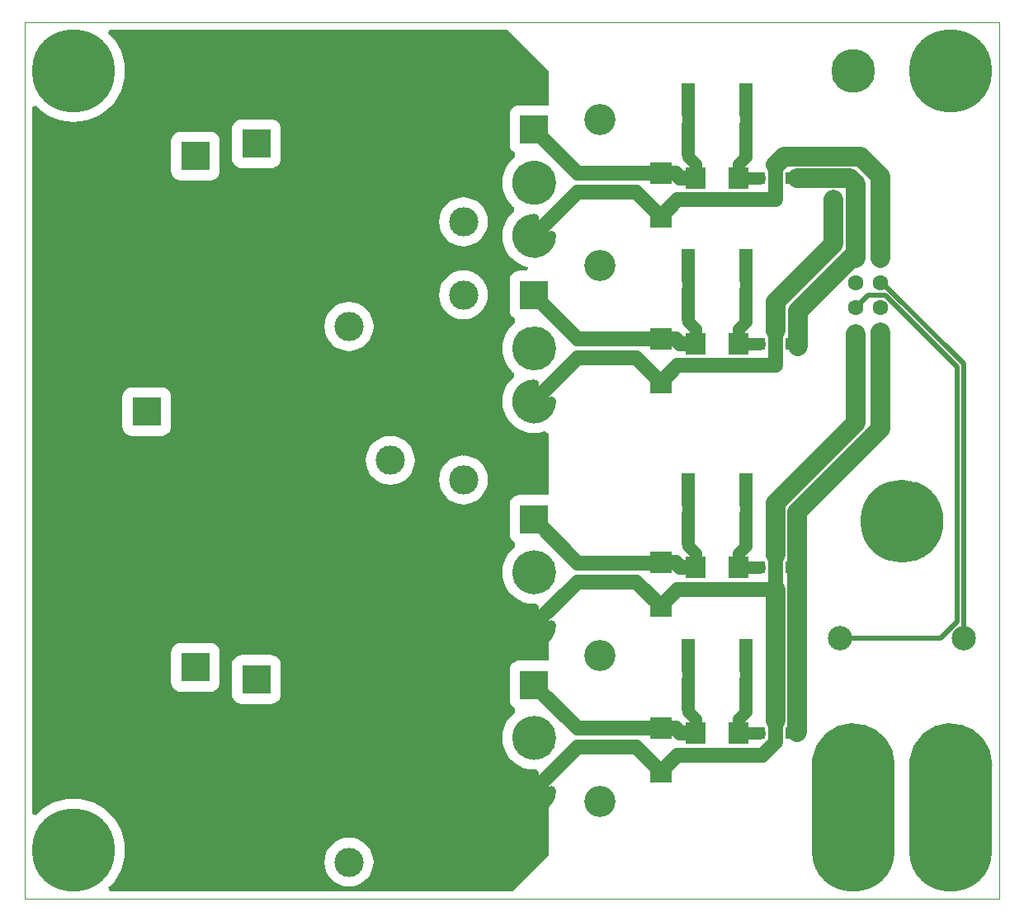
<source format=gtl>
G04 Layer_Physical_Order=1*
G04 Layer_Color=255*
%FSLAX25Y25*%
%MOIN*%
G70*
G01*
G75*
%ADD10C,0.05905*%
%ADD11C,0.03937*%
%ADD12R,0.08268X0.09055*%
%ADD13R,0.05315X0.13386*%
%ADD14R,0.09055X0.09055*%
%ADD15R,0.04331X0.04724*%
%ADD16C,0.01968*%
%ADD17C,0.07874*%
%ADD18C,0.04921*%
%ADD19R,0.33465X0.34449*%
%ADD20R,0.33465X0.34449*%
%ADD21C,0.00394*%
%ADD22C,0.23622*%
%ADD23C,0.09842*%
%ADD24C,0.33465*%
%ADD25C,0.17716*%
%ADD26C,0.11811*%
%ADD27R,0.06299X0.06299*%
%ADD28C,0.06299*%
%ADD29C,0.12598*%
%ADD30R,0.11811X0.11811*%
%ADD31C,0.03937*%
%ADD32C,0.05000*%
G36*
X211614Y157480D02*
Y143538D01*
X199803D01*
X198775Y143403D01*
X197818Y143006D01*
X196995Y142375D01*
X196364Y141552D01*
X195967Y140595D01*
X195832Y139567D01*
Y127756D01*
X195967Y126728D01*
X196364Y125770D01*
X196995Y124948D01*
X197818Y124317D01*
X197909Y124279D01*
X198114Y122926D01*
X198070Y122508D01*
X196633Y121280D01*
X195325Y119749D01*
X194273Y118032D01*
X193502Y116171D01*
X193032Y114213D01*
X192874Y112205D01*
X193032Y110197D01*
X193502Y108238D01*
X194273Y106378D01*
X195325Y104661D01*
X196633Y103129D01*
X197376Y102495D01*
X197452Y102363D01*
Y100590D01*
X197376Y100458D01*
X196633Y99824D01*
X195325Y98292D01*
X194273Y96575D01*
X193502Y94714D01*
X193032Y92756D01*
X192874Y90748D01*
X193032Y88740D01*
X193502Y86782D01*
X194273Y84921D01*
X195325Y83204D01*
X196633Y81672D01*
X198164Y80364D01*
X199882Y79312D01*
X201743Y78541D01*
X203233Y78184D01*
X203046Y76609D01*
X199803D01*
X198775Y76473D01*
X197818Y76077D01*
X196995Y75446D01*
X196364Y74623D01*
X195967Y73666D01*
X195832Y72638D01*
Y60827D01*
X195967Y59799D01*
X196364Y58841D01*
X196995Y58019D01*
X197818Y57388D01*
X197909Y57350D01*
X198114Y55997D01*
X198070Y55579D01*
X196633Y54351D01*
X195325Y52820D01*
X194273Y51103D01*
X193502Y49242D01*
X193032Y47283D01*
X192874Y45276D01*
X193032Y43268D01*
X193502Y41309D01*
X194273Y39449D01*
X195325Y37732D01*
X196633Y36200D01*
X197376Y35566D01*
X197452Y35434D01*
Y33661D01*
X197376Y33529D01*
X196633Y32895D01*
X195325Y31363D01*
X194273Y29646D01*
X193502Y27785D01*
X193032Y25827D01*
X192874Y23819D01*
X193032Y21811D01*
X193502Y19853D01*
X194273Y17992D01*
X195325Y16275D01*
X196633Y14743D01*
X198164Y13435D01*
X199882Y12383D01*
X201743Y11612D01*
X203701Y11142D01*
X205709Y10984D01*
X207716Y11142D01*
X209675Y11612D01*
X210039Y11763D01*
X211614Y10711D01*
Y-13942D01*
X199803D01*
X198775Y-14078D01*
X197818Y-14474D01*
X196995Y-15105D01*
X196364Y-15928D01*
X195967Y-16886D01*
X195832Y-17913D01*
Y-29724D01*
X195967Y-30752D01*
X196364Y-31710D01*
X196995Y-32532D01*
X197818Y-33163D01*
X197909Y-33201D01*
X198114Y-34554D01*
X198070Y-34973D01*
X196633Y-36200D01*
X195325Y-37732D01*
X194273Y-39449D01*
X193502Y-41309D01*
X193032Y-43268D01*
X192874Y-45276D01*
X193032Y-47283D01*
X193502Y-49242D01*
X194273Y-51103D01*
X195325Y-52820D01*
X196633Y-54351D01*
X198164Y-55659D01*
X199882Y-56712D01*
X201743Y-57482D01*
X203701Y-57952D01*
X204260Y-57996D01*
X205709Y-58136D01*
X205709Y-59640D01*
Y-66732D01*
X211614Y-72638D01*
Y-80871D01*
X199803D01*
X198775Y-81007D01*
X197818Y-81403D01*
X196995Y-82035D01*
X196364Y-82857D01*
X195967Y-83815D01*
X195832Y-84842D01*
Y-96653D01*
X195967Y-97681D01*
X196364Y-98639D01*
X196995Y-99461D01*
X197818Y-100092D01*
X197909Y-100130D01*
X198114Y-101483D01*
X198070Y-101902D01*
X196633Y-103129D01*
X195325Y-104661D01*
X194273Y-106378D01*
X193502Y-108238D01*
X193032Y-110197D01*
X192874Y-112205D01*
X193032Y-114213D01*
X193502Y-116171D01*
X194273Y-118032D01*
X195325Y-119749D01*
X196633Y-121280D01*
X198164Y-122588D01*
X199882Y-123641D01*
X201743Y-124411D01*
X203701Y-124881D01*
X205709Y-125040D01*
Y-133636D01*
X211614Y-139542D01*
Y-159449D01*
X196850Y-174213D01*
X34342D01*
X33749Y-172638D01*
X34332Y-172127D01*
X36118Y-170090D01*
X37624Y-167837D01*
X38822Y-165407D01*
X39693Y-162841D01*
X40222Y-160184D01*
X40399Y-157480D01*
X40222Y-154777D01*
X39693Y-152119D01*
X38822Y-149554D01*
X37624Y-147124D01*
X36118Y-144871D01*
X34332Y-142834D01*
X32295Y-141047D01*
X30042Y-139542D01*
X27612Y-138343D01*
X25046Y-137472D01*
X22389Y-136944D01*
X19685Y-136767D01*
X16981Y-136944D01*
X14324Y-137472D01*
X11758Y-138343D01*
X9328Y-139542D01*
X7075Y-141047D01*
X5038Y-142834D01*
X4528Y-143416D01*
X2953Y-142823D01*
Y142823D01*
X4528Y143416D01*
X5038Y142833D01*
X7075Y141047D01*
X9328Y139542D01*
X11758Y138343D01*
X14324Y137472D01*
X16981Y136944D01*
X19685Y136767D01*
X22389Y136944D01*
X25046Y137472D01*
X27612Y138343D01*
X30042Y139542D01*
X32295Y141047D01*
X34332Y142833D01*
X36118Y144871D01*
X37624Y147124D01*
X38822Y149554D01*
X39693Y152119D01*
X40222Y154777D01*
X40399Y157480D01*
X40222Y160184D01*
X39693Y162841D01*
X38822Y165407D01*
X37624Y167837D01*
X36118Y170090D01*
X34332Y172127D01*
X33749Y172638D01*
X34342Y174213D01*
X194882D01*
X211614Y157480D01*
D02*
G37*
%LPC*%
G36*
X177165Y2016D02*
X175236Y1826D01*
X173381Y1263D01*
X171671Y349D01*
X170172Y-881D01*
X168942Y-2379D01*
X168028Y-4089D01*
X167465Y-5945D01*
X167275Y-7874D01*
X167465Y-9804D01*
X168028Y-11659D01*
X168942Y-13369D01*
X170172Y-14867D01*
X171671Y-16097D01*
X173381Y-17011D01*
X175236Y-17574D01*
X177165Y-17764D01*
X179095Y-17574D01*
X180950Y-17011D01*
X182660Y-16097D01*
X184159Y-14867D01*
X185389Y-13369D01*
X186303Y-11659D01*
X186865Y-9804D01*
X187056Y-7874D01*
X186865Y-5945D01*
X186303Y-4089D01*
X185389Y-2379D01*
X184159Y-881D01*
X182660Y349D01*
X180950Y1263D01*
X179095Y1826D01*
X177165Y2016D01*
D02*
G37*
G36*
X147638Y9890D02*
X145708Y9700D01*
X143853Y9137D01*
X142143Y8223D01*
X140644Y6993D01*
X139415Y5495D01*
X138500Y3785D01*
X137938Y1929D01*
X137748Y0D01*
X137938Y-1929D01*
X138500Y-3785D01*
X139415Y-5495D01*
X140644Y-6993D01*
X142143Y-8223D01*
X143853Y-9137D01*
X145708Y-9700D01*
X147638Y-9890D01*
X149567Y-9700D01*
X151423Y-9137D01*
X153132Y-8223D01*
X154631Y-6993D01*
X155861Y-5495D01*
X156775Y-3785D01*
X157338Y-1929D01*
X157528Y0D01*
X157338Y1929D01*
X156775Y3785D01*
X155861Y5495D01*
X154631Y6993D01*
X153132Y8223D01*
X151423Y9137D01*
X149567Y9700D01*
X147638Y9890D01*
D02*
G37*
G36*
X74803Y-73785D02*
X62992D01*
X61964Y-73920D01*
X61007Y-74317D01*
X60184Y-74948D01*
X59553Y-75770D01*
X59157Y-76728D01*
X59021Y-77756D01*
Y-89567D01*
X59157Y-90595D01*
X59553Y-91552D01*
X60184Y-92375D01*
X61007Y-93006D01*
X61964Y-93403D01*
X62992Y-93538D01*
X74803D01*
X75831Y-93403D01*
X76789Y-93006D01*
X77611Y-92375D01*
X78242Y-91552D01*
X78639Y-90595D01*
X78774Y-89567D01*
Y-77756D01*
X78639Y-76728D01*
X78242Y-75770D01*
X77611Y-74948D01*
X76789Y-74317D01*
X75831Y-73920D01*
X74803Y-73785D01*
D02*
G37*
G36*
X130905Y-152511D02*
X128976Y-152701D01*
X127121Y-153264D01*
X125411Y-154178D01*
X123912Y-155408D01*
X122682Y-156907D01*
X121768Y-158617D01*
X121205Y-160472D01*
X121015Y-162402D01*
X121205Y-164331D01*
X121768Y-166186D01*
X122682Y-167896D01*
X123912Y-169395D01*
X125411Y-170625D01*
X127121Y-171539D01*
X128976Y-172102D01*
X130905Y-172292D01*
X132835Y-172102D01*
X134690Y-171539D01*
X136400Y-170625D01*
X137899Y-169395D01*
X139129Y-167896D01*
X140043Y-166186D01*
X140606Y-164331D01*
X140796Y-162402D01*
X140606Y-160472D01*
X140043Y-158617D01*
X139129Y-156907D01*
X137899Y-155408D01*
X136400Y-154178D01*
X134690Y-153264D01*
X132835Y-152701D01*
X130905Y-152511D01*
D02*
G37*
G36*
X99410Y-78706D02*
X87598D01*
X86571Y-78842D01*
X85613Y-79238D01*
X84790Y-79869D01*
X84159Y-80692D01*
X83763Y-81649D01*
X83627Y-82677D01*
Y-94488D01*
X83763Y-95516D01*
X84159Y-96474D01*
X84790Y-97296D01*
X85613Y-97927D01*
X86571Y-98324D01*
X87598Y-98459D01*
X99410D01*
X100437Y-98324D01*
X101395Y-97927D01*
X102217Y-97296D01*
X102848Y-96474D01*
X103245Y-95516D01*
X103380Y-94488D01*
Y-82677D01*
X103245Y-81649D01*
X102848Y-80692D01*
X102217Y-79869D01*
X101395Y-79238D01*
X100437Y-78842D01*
X99410Y-78706D01*
D02*
G37*
G36*
X55118Y29561D02*
X43307D01*
X42279Y29426D01*
X41322Y29030D01*
X40499Y28398D01*
X39868Y27576D01*
X39471Y26618D01*
X39336Y25591D01*
Y13780D01*
X39471Y12752D01*
X39868Y11794D01*
X40499Y10972D01*
X41322Y10341D01*
X42279Y9944D01*
X43307Y9809D01*
X55118D01*
X56146Y9944D01*
X57104Y10341D01*
X57926Y10972D01*
X58557Y11794D01*
X58954Y12752D01*
X59089Y13780D01*
Y25591D01*
X58954Y26618D01*
X58557Y27576D01*
X57926Y28398D01*
X57104Y29030D01*
X56146Y29426D01*
X55118Y29561D01*
D02*
G37*
G36*
X74803Y132908D02*
X62992D01*
X61964Y132773D01*
X61007Y132376D01*
X60184Y131745D01*
X59553Y130922D01*
X59157Y129965D01*
X59021Y128937D01*
Y117126D01*
X59157Y116098D01*
X59553Y115140D01*
X60184Y114318D01*
X61007Y113687D01*
X61964Y113290D01*
X62992Y113155D01*
X74803D01*
X75831Y113290D01*
X76789Y113687D01*
X77611Y114318D01*
X78242Y115140D01*
X78639Y116098D01*
X78774Y117126D01*
Y128937D01*
X78639Y129965D01*
X78242Y130922D01*
X77611Y131745D01*
X76789Y132376D01*
X75831Y132773D01*
X74803Y132908D01*
D02*
G37*
G36*
X99410Y137829D02*
X87598D01*
X86571Y137694D01*
X85613Y137297D01*
X84790Y136666D01*
X84159Y135844D01*
X83763Y134886D01*
X83627Y133858D01*
Y122047D01*
X83763Y121019D01*
X84159Y120062D01*
X84790Y119239D01*
X85613Y118608D01*
X86571Y118212D01*
X87598Y118076D01*
X99410D01*
X100437Y118212D01*
X101395Y118608D01*
X102217Y119239D01*
X102848Y120062D01*
X103245Y121019D01*
X103380Y122047D01*
Y133858D01*
X103245Y134886D01*
X102848Y135844D01*
X102217Y136666D01*
X101395Y137297D01*
X100437Y137694D01*
X99410Y137829D01*
D02*
G37*
G36*
X177165Y106347D02*
X175236Y106157D01*
X173381Y105594D01*
X171671Y104680D01*
X170172Y103450D01*
X168942Y101951D01*
X168028Y100241D01*
X167465Y98386D01*
X167275Y96457D01*
X167465Y94527D01*
X168028Y92672D01*
X168942Y90962D01*
X170172Y89463D01*
X171671Y88233D01*
X173381Y87319D01*
X175236Y86757D01*
X177165Y86567D01*
X179095Y86757D01*
X180950Y87319D01*
X182660Y88233D01*
X184159Y89463D01*
X185389Y90962D01*
X186303Y92672D01*
X186865Y94527D01*
X187056Y96457D01*
X186865Y98386D01*
X186303Y100241D01*
X185389Y101951D01*
X184159Y103450D01*
X182660Y104680D01*
X180950Y105594D01*
X179095Y106157D01*
X177165Y106347D01*
D02*
G37*
G36*
X130905Y64024D02*
X128976Y63834D01*
X127121Y63271D01*
X125411Y62357D01*
X123912Y61127D01*
X122682Y59628D01*
X121768Y57919D01*
X121205Y56063D01*
X121015Y54134D01*
X121205Y52204D01*
X121768Y50349D01*
X122682Y48639D01*
X123912Y47140D01*
X125411Y45911D01*
X127121Y44997D01*
X128976Y44434D01*
X130905Y44244D01*
X132835Y44434D01*
X134690Y44997D01*
X136400Y45911D01*
X137899Y47140D01*
X139129Y48639D01*
X140043Y50349D01*
X140606Y52204D01*
X140796Y54134D01*
X140606Y56063D01*
X140043Y57919D01*
X139129Y59628D01*
X137899Y61127D01*
X136400Y62357D01*
X134690Y63271D01*
X132835Y63834D01*
X130905Y64024D01*
D02*
G37*
G36*
X177165Y76819D02*
X175236Y76629D01*
X173381Y76066D01*
X171671Y75152D01*
X170172Y73922D01*
X168942Y72424D01*
X168028Y70714D01*
X167465Y68859D01*
X167275Y66929D01*
X167465Y65000D01*
X168028Y63144D01*
X168942Y61435D01*
X170172Y59936D01*
X171671Y58706D01*
X173381Y57792D01*
X175236Y57229D01*
X177165Y57039D01*
X179095Y57229D01*
X180950Y57792D01*
X182660Y58706D01*
X184159Y59936D01*
X185389Y61435D01*
X186303Y63144D01*
X186865Y65000D01*
X187056Y66929D01*
X186865Y68859D01*
X186303Y70714D01*
X185389Y72424D01*
X184159Y73922D01*
X182660Y75152D01*
X180950Y76066D01*
X179095Y76629D01*
X177165Y76819D01*
D02*
G37*
%LPD*%
D10*
X387794Y-123032D02*
G03*
X381658Y-134498I-13780J0D01*
G01*
D02*
G03*
X387794Y-123032I-7643J11465D01*
G01*
X348424D02*
G03*
X342288Y-134498I-13780J0D01*
G01*
D02*
G03*
X348424Y-123032I-7643J11465D01*
G01*
X368110Y-24606D02*
G03*
X368110Y-24606I-13780J0D01*
G01*
X205709Y90748D02*
X223327Y108366D01*
X205709Y23819D02*
X223327Y41437D01*
X303150Y-52165D02*
Y-38183D01*
X263779Y-52165D02*
X303150D01*
X298024Y-119095D02*
X303150Y-113969D01*
Y-105112D01*
X263779Y-119095D02*
X298024D01*
X256890Y-125984D02*
X263779Y-119095D01*
X246949Y-116043D02*
X256890Y-125984D01*
X223327Y-116043D02*
X246949D01*
X264764Y-110236D02*
X270866D01*
X262795Y-108268D02*
X264764Y-110236D01*
X256890Y-108268D02*
X262795D01*
X223327Y-108366D02*
X256791D01*
X205709Y-90748D02*
X223327Y-108366D01*
X256890Y-41339D02*
X262795D01*
X256890Y-59055D02*
X263779Y-52165D01*
X246949Y-49114D02*
X256890Y-59055D01*
X205906Y-24016D02*
X223327Y-41437D01*
Y-49114D02*
X246949D01*
X264764Y-43307D02*
X270866D01*
X262795Y-41339D02*
X264764Y-43307D01*
X223327Y-41437D02*
X256791D01*
X205709Y66732D02*
X223327Y49114D01*
X256791D01*
X256890Y49213D02*
X262795D01*
X264764Y47244D01*
X270866D01*
X223327Y41437D02*
X246949D01*
X256890Y31496D01*
X263779Y38386D01*
X303150D01*
X263779Y105315D02*
X303150D01*
X256890Y98425D02*
X263779Y105315D01*
X246949Y108366D02*
X256890Y98425D01*
X223327Y108366D02*
X246949D01*
X264764Y114173D02*
X270866D01*
X262795Y116142D02*
X264764Y114173D01*
X256890Y116142D02*
X262795D01*
X256791Y116043D02*
X256890Y116142D01*
X223327Y116043D02*
X256791D01*
X205709Y133661D02*
X223327Y116043D01*
X303150Y105315D02*
Y119298D01*
Y38386D02*
Y52368D01*
X205709Y-133661D02*
X223327Y-116043D01*
X205709Y-66732D02*
X223327Y-49114D01*
D11*
X205709Y-126772D02*
G03*
X212598Y-133661I0J-6890D01*
G01*
X205709Y-59842D02*
G03*
X212598Y-66732I0J-6890D01*
G01*
Y-112205D02*
G03*
X212598Y-112205I-6890J0D01*
G01*
Y45276D02*
G03*
X212598Y45276I-6890J0D01*
G01*
Y112205D02*
G03*
X212598Y112205I-6890J0D01*
G01*
X210580Y117077D02*
G03*
X210580Y107333I-4872J-4872D01*
G01*
X205709Y30709D02*
G03*
X200837Y18947I0J-6890D01*
G01*
D02*
G03*
X212598Y23819I4872J4872D01*
G01*
Y-45276D02*
G03*
X198819Y-45276I-6890J0D01*
G01*
D02*
G03*
X212598Y-45276I6890J0D01*
G01*
X200837Y85876D02*
G03*
X212598Y90748I4872J4872D01*
G01*
X205709Y97638D02*
G03*
X200837Y85876I0J-6890D01*
G01*
X203740Y20669D02*
X206890Y23819D01*
X205709Y-23819D02*
X205906Y-24016D01*
D12*
X270866Y-110236D02*
D03*
X288189D02*
D03*
X270866Y114173D02*
D03*
X288189D02*
D03*
Y-43307D02*
D03*
X270866D02*
D03*
X288189Y47244D02*
D03*
X270866D02*
D03*
D13*
X291240Y-94488D02*
D03*
X267815D02*
D03*
X291240Y-78740D02*
D03*
X267815D02*
D03*
X291240Y129921D02*
D03*
X267815D02*
D03*
X291240Y145669D02*
D03*
X267815D02*
D03*
X291240Y-11811D02*
D03*
X267815D02*
D03*
X291240Y-27559D02*
D03*
X267815D02*
D03*
X291240Y78740D02*
D03*
X267815D02*
D03*
X291240Y62992D02*
D03*
X267815D02*
D03*
D14*
X256890Y-125984D02*
D03*
Y-108268D02*
D03*
Y98425D02*
D03*
Y116142D02*
D03*
Y-59055D02*
D03*
Y-41339D02*
D03*
Y31496D02*
D03*
Y49213D02*
D03*
D15*
X309252Y47244D02*
D03*
X297047D02*
D03*
X309252Y-43307D02*
D03*
X297047D02*
D03*
X309252Y114173D02*
D03*
X297047D02*
D03*
X309252Y-110236D02*
D03*
X297047D02*
D03*
D16*
X369847Y-71851D02*
X376562Y-65136D01*
X331298Y-71851D02*
X369847D01*
X330315Y-72835D02*
X331298Y-71851D01*
X347595Y66863D02*
X376562Y37896D01*
X335551Y61929D02*
X340485Y66863D01*
X347595D01*
X345551Y71929D02*
X346444D01*
X379331Y39042D01*
X376562Y-65136D02*
Y37896D01*
X379331Y-71850D02*
Y39042D01*
D17*
X303150Y63976D02*
X326772Y87598D01*
Y93504D02*
Y99410D01*
Y87598D02*
Y93504D01*
Y99410D02*
Y105315D01*
X303150Y-38183D02*
Y-17261D01*
X335551Y15141D01*
X345551Y12874D02*
Y21929D01*
X303150Y-105112D02*
Y-52165D01*
X335551Y15141D02*
Y21929D01*
Y41929D02*
Y51181D01*
Y31929D02*
Y41929D01*
Y21929D02*
Y31929D01*
X345551Y41929D02*
Y51929D01*
Y31929D02*
Y41929D01*
Y21929D02*
Y31929D01*
X311824Y-20854D02*
X345551Y12874D01*
X335551Y91929D02*
Y101929D01*
Y111929D01*
X333307Y114173D02*
X335551Y111929D01*
X312008Y114173D02*
X333307D01*
X337631Y122847D02*
X345551Y114927D01*
X306699Y122847D02*
X337631D01*
X303150Y119298D02*
X306699Y122847D01*
X345551Y81929D02*
Y91929D01*
Y101929D01*
Y111929D01*
Y114927D01*
X335551Y81929D02*
Y83583D01*
Y91929D01*
X303150Y52368D02*
Y63976D01*
X312402Y46260D02*
Y60433D01*
X335551Y83583D01*
X311824Y-110052D02*
Y-20854D01*
D18*
X288189Y-110236D02*
X296752D01*
X288189D02*
Y-104528D01*
Y-43307D02*
X296752D01*
X288189D02*
Y-37598D01*
Y-104528D02*
X291240Y-101476D01*
X267815Y-101476D02*
X270866Y-104528D01*
Y-110236D02*
Y-110236D01*
Y-104528D01*
X288189Y-37598D02*
X291240Y-34547D01*
X267815Y-34547D02*
X270866Y-37598D01*
Y-43307D02*
Y-43307D01*
Y-37598D01*
X267815Y62992D02*
Y78740D01*
X291240Y62992D02*
Y78740D01*
Y56004D02*
Y62992D01*
X267815Y56004D02*
Y62992D01*
X270866Y47244D02*
Y52953D01*
Y47244D02*
Y47244D01*
X267815Y56004D02*
X270866Y52953D01*
X288189D02*
X291240Y56004D01*
X288189Y114173D02*
Y119882D01*
X291240Y122933D01*
X267815Y122933D02*
X270866Y119882D01*
Y114173D02*
Y119882D01*
X288189Y47244D02*
X296752D01*
X288189Y47244D02*
Y47244D01*
Y52953D01*
Y114173D02*
X296752D01*
X291240Y122933D02*
Y145669D01*
X267815Y122933D02*
Y145669D01*
X296752Y-43307D02*
Y-43307D01*
X291240Y-34547D02*
Y-11811D01*
Y-101476D02*
Y-78740D01*
X267815Y-34547D02*
Y-11811D01*
Y-101476D02*
Y-78740D01*
D19*
X374016Y-140256D02*
D03*
D20*
X334646D02*
D03*
D21*
X0Y-177165D02*
X393701D01*
X0D02*
Y177165D01*
X393701Y-177165D02*
Y177165D01*
X0D02*
X393701D01*
D22*
X354330Y-24607D02*
D03*
X374015Y-123032D02*
D03*
X334645D02*
D03*
D23*
X379330Y-71851D02*
D03*
X329330D02*
D03*
D24*
X334646Y-157480D02*
D03*
X374016D02*
D03*
X177165D02*
D03*
Y157480D02*
D03*
X19685Y-157480D02*
D03*
Y157480D02*
D03*
X374016Y157480D02*
D03*
X19685Y59055D02*
D03*
Y-59055D02*
D03*
D25*
X334646Y157480D02*
D03*
D26*
X130905Y-162402D02*
D03*
X130905Y162402D02*
D03*
X205709Y-133661D02*
D03*
Y-112205D02*
D03*
Y112205D02*
D03*
Y90748D02*
D03*
Y23819D02*
D03*
Y45276D02*
D03*
Y-45276D02*
D03*
Y-66732D02*
D03*
X147638Y0D02*
D03*
X39370D02*
D03*
X93504Y88583D02*
D03*
X68898Y83661D02*
D03*
X49213Y-19685D02*
D03*
X68898Y-123031D02*
D03*
X93504Y-127953D02*
D03*
X130905Y54134D02*
D03*
Y-54134D02*
D03*
X177165Y96457D02*
D03*
Y66929D02*
D03*
Y7874D02*
D03*
Y-96457D02*
D03*
Y-66929D02*
D03*
Y-7874D02*
D03*
D27*
X335551Y111929D02*
D03*
D28*
X345551D02*
D03*
X335551Y101929D02*
D03*
X345551D02*
D03*
X335551Y91929D02*
D03*
X345551D02*
D03*
X335551Y81929D02*
D03*
X345551D02*
D03*
X335551Y71929D02*
D03*
X345551D02*
D03*
X335551Y61929D02*
D03*
X345551D02*
D03*
X335551Y51929D02*
D03*
X345551D02*
D03*
X335551Y41929D02*
D03*
X345551D02*
D03*
X335551Y31929D02*
D03*
X345551D02*
D03*
X335551Y21929D02*
D03*
X345551D02*
D03*
D29*
X232283Y-78740D02*
D03*
Y-137795D02*
D03*
Y137795D02*
D03*
Y78740D02*
D03*
D30*
X205709Y-90748D02*
D03*
Y133661D02*
D03*
Y66732D02*
D03*
Y-23819D02*
D03*
X93504Y127953D02*
D03*
X68898Y123031D02*
D03*
X49213Y19685D02*
D03*
X68898Y-83661D02*
D03*
X93504Y-88583D02*
D03*
D31*
X322711Y-116143D02*
D03*
X334645Y-109253D02*
D03*
X327755Y-111099D02*
D03*
X322711Y-129922D02*
D03*
X320865Y-123032D02*
D03*
X327755Y-134966D02*
D03*
X341534D02*
D03*
X334645Y-136812D02*
D03*
X346578Y-129922D02*
D03*
Y-116143D02*
D03*
X348424Y-123032D02*
D03*
X341534Y-111099D02*
D03*
X362081Y-116143D02*
D03*
X374015Y-109253D02*
D03*
X367125Y-111099D02*
D03*
X362081Y-129922D02*
D03*
X360235Y-123032D02*
D03*
X367125Y-134966D02*
D03*
X380905D02*
D03*
X374015Y-136812D02*
D03*
X385948Y-129922D02*
D03*
Y-116143D02*
D03*
X387794Y-123032D02*
D03*
X380905Y-111099D02*
D03*
X326772Y87598D02*
D03*
Y93504D02*
D03*
Y99410D02*
D03*
X198819Y-45276D02*
D03*
X212598Y-66732D02*
D03*
Y-133661D02*
D03*
Y23819D02*
D03*
X198819Y-133661D02*
D03*
Y-66732D02*
D03*
X212598Y112205D02*
D03*
X210580Y117077D02*
D03*
Y107333D02*
D03*
X200837D02*
D03*
X205709Y119095D02*
D03*
Y105315D02*
D03*
X198819Y112205D02*
D03*
X200837Y117077D02*
D03*
X212598Y45276D02*
D03*
X210580Y50147D02*
D03*
Y40404D02*
D03*
X200837D02*
D03*
X205709Y52165D02*
D03*
Y38386D02*
D03*
X198819Y45276D02*
D03*
X200837Y50147D02*
D03*
Y-107333D02*
D03*
X198819Y-112205D02*
D03*
X205709Y-119095D02*
D03*
Y-105315D02*
D03*
X200837Y-117077D02*
D03*
X210580D02*
D03*
Y-107333D02*
D03*
X212598Y-112205D02*
D03*
X200837Y-138533D02*
D03*
Y-128790D02*
D03*
X210580Y-138533D02*
D03*
X205709Y-126772D02*
D03*
Y-140551D02*
D03*
Y-73622D02*
D03*
Y-59842D02*
D03*
X210580Y-71604D02*
D03*
X200837Y-61861D02*
D03*
Y-71604D02*
D03*
X212598Y-45276D02*
D03*
X210580Y-40404D02*
D03*
Y-50147D02*
D03*
X200837D02*
D03*
X205709Y-38386D02*
D03*
Y-52165D02*
D03*
X200837Y-40404D02*
D03*
X205709Y16929D02*
D03*
Y30709D02*
D03*
X210580Y18947D02*
D03*
X200837Y28691D02*
D03*
Y18947D02*
D03*
X198819Y23819D02*
D03*
X342397Y-17717D02*
D03*
X354331Y-10827D02*
D03*
X347441Y-12673D02*
D03*
X342397Y-31496D02*
D03*
X340551Y-24606D02*
D03*
X347441Y-36540D02*
D03*
X361221D02*
D03*
X354331Y-38386D02*
D03*
X366264Y-31496D02*
D03*
Y-17717D02*
D03*
X368110Y-24606D02*
D03*
X361221Y-12673D02*
D03*
X341535Y-145547D02*
D03*
X348425Y-157480D02*
D03*
X346579Y-150591D02*
D03*
Y-164370D02*
D03*
X334646Y-171260D02*
D03*
X341535Y-169414D02*
D03*
X327756D02*
D03*
X320866Y-157480D02*
D03*
X322712Y-164370D02*
D03*
X327756Y-145547D02*
D03*
X334646Y-143701D02*
D03*
X322712Y-150591D02*
D03*
X380906Y-145547D02*
D03*
X387795Y-157480D02*
D03*
X385949Y-150591D02*
D03*
Y-164370D02*
D03*
X374016Y-171260D02*
D03*
X380906Y-169414D02*
D03*
X367126D02*
D03*
X360236Y-157480D02*
D03*
X362082Y-164370D02*
D03*
Y-150591D02*
D03*
X374016Y-143701D02*
D03*
X367126Y-145547D02*
D03*
X326772Y105315D02*
D03*
X198819Y90748D02*
D03*
X200837Y85876D02*
D03*
Y95620D02*
D03*
X210580Y85876D02*
D03*
X205709Y97638D02*
D03*
Y83858D02*
D03*
X212598Y90748D02*
D03*
X165232Y-150591D02*
D03*
X177165Y-143701D02*
D03*
X170276Y-145547D02*
D03*
X165232Y-164370D02*
D03*
X163386Y-157480D02*
D03*
X170276Y-169414D02*
D03*
X184055D02*
D03*
X177165Y-171260D02*
D03*
X189099Y-164370D02*
D03*
Y-150591D02*
D03*
X190945Y-157480D02*
D03*
X184055Y-145547D02*
D03*
X7752Y-150591D02*
D03*
X19685Y-143701D02*
D03*
X12795Y-145547D02*
D03*
X7752Y-164370D02*
D03*
X5906Y-157480D02*
D03*
X12795Y-169414D02*
D03*
X26575D02*
D03*
X19685Y-171260D02*
D03*
X31618Y-164370D02*
D03*
Y-150591D02*
D03*
X33465Y-157480D02*
D03*
X26575Y-145547D02*
D03*
X7752Y164370D02*
D03*
X19685Y171260D02*
D03*
X12795Y169414D02*
D03*
X7752Y150591D02*
D03*
X5906Y157480D02*
D03*
X12795Y145547D02*
D03*
X26575D02*
D03*
X19685Y143701D02*
D03*
X31618Y150591D02*
D03*
Y164370D02*
D03*
X33465Y157480D02*
D03*
X26575Y169414D02*
D03*
X165232Y164370D02*
D03*
X177165Y171260D02*
D03*
X170276Y169414D02*
D03*
X165232Y150591D02*
D03*
X163386Y157480D02*
D03*
X170276Y145547D02*
D03*
X184055D02*
D03*
X177165Y143701D02*
D03*
X189099Y150591D02*
D03*
Y164370D02*
D03*
X190945Y157480D02*
D03*
X184055Y169414D02*
D03*
X380906Y169414D02*
D03*
X387795Y157480D02*
D03*
X385949Y164370D02*
D03*
Y150591D02*
D03*
X374016Y143701D02*
D03*
X380906Y145547D02*
D03*
X367126D02*
D03*
X360236Y157480D02*
D03*
X362082Y150591D02*
D03*
X367126Y169414D02*
D03*
X374016Y171260D02*
D03*
X362082Y164370D02*
D03*
X7752Y65945D02*
D03*
X19685Y72835D02*
D03*
X12795Y70989D02*
D03*
X7752Y52165D02*
D03*
X5906Y59055D02*
D03*
X12795Y47122D02*
D03*
X26575D02*
D03*
X19685Y45276D02*
D03*
X31618Y52165D02*
D03*
Y65945D02*
D03*
X33465Y59055D02*
D03*
X26575Y70989D02*
D03*
X7752Y-52165D02*
D03*
X19685Y-45276D02*
D03*
X12795Y-47122D02*
D03*
X7752Y-65945D02*
D03*
X5906Y-59055D02*
D03*
X12795Y-70989D02*
D03*
X26575D02*
D03*
X19685Y-72835D02*
D03*
X31618Y-65945D02*
D03*
Y-52165D02*
D03*
X33465Y-59055D02*
D03*
X26575Y-47122D02*
D03*
D32*
X148622Y-86811D02*
D03*
X156496D02*
D03*
X160039Y33465D02*
D03*
Y39370D02*
D03*
Y45276D02*
D03*
X148622Y86811D02*
D03*
X156496D02*
D03*
X166732Y-45276D02*
D03*
Y-39370D02*
D03*
Y-33465D02*
D03*
X114173Y-3937D02*
D03*
X102362D02*
D03*
Y3937D02*
D03*
X114173D02*
D03*
X167323Y35433D02*
D03*
Y43307D02*
D03*
X159449Y-35433D02*
D03*
Y-43307D02*
D03*
X108268Y-3937D02*
D03*
Y3937D02*
D03*
M02*

</source>
